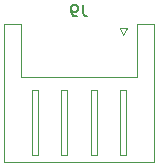
<source format=gbr>
%TF.GenerationSoftware,KiCad,Pcbnew,7.0.9*%
%TF.CreationDate,2024-12-17T14:24:59+09:00*%
%TF.ProjectId,line_main_robot2,6c696e65-5f6d-4616-996e-5f726f626f74,rev?*%
%TF.SameCoordinates,Original*%
%TF.FileFunction,Legend,Bot*%
%TF.FilePolarity,Positive*%
%FSLAX46Y46*%
G04 Gerber Fmt 4.6, Leading zero omitted, Abs format (unit mm)*
G04 Created by KiCad (PCBNEW 7.0.9) date 2024-12-17 14:24:59*
%MOMM*%
%LPD*%
G01*
G04 APERTURE LIST*
%ADD10C,0.150000*%
%ADD11C,0.120000*%
G04 APERTURE END LIST*
D10*
X205083333Y-101779819D02*
X205083333Y-102494104D01*
X205083333Y-102494104D02*
X205130952Y-102636961D01*
X205130952Y-102636961D02*
X205226190Y-102732200D01*
X205226190Y-102732200D02*
X205369047Y-102779819D01*
X205369047Y-102779819D02*
X205464285Y-102779819D01*
X204559523Y-102779819D02*
X204369047Y-102779819D01*
X204369047Y-102779819D02*
X204273809Y-102732200D01*
X204273809Y-102732200D02*
X204226190Y-102684580D01*
X204226190Y-102684580D02*
X204130952Y-102541723D01*
X204130952Y-102541723D02*
X204083333Y-102351247D01*
X204083333Y-102351247D02*
X204083333Y-101970295D01*
X204083333Y-101970295D02*
X204130952Y-101875057D01*
X204130952Y-101875057D02*
X204178571Y-101827438D01*
X204178571Y-101827438D02*
X204273809Y-101779819D01*
X204273809Y-101779819D02*
X204464285Y-101779819D01*
X204464285Y-101779819D02*
X204559523Y-101827438D01*
X204559523Y-101827438D02*
X204607142Y-101875057D01*
X204607142Y-101875057D02*
X204654761Y-101970295D01*
X204654761Y-101970295D02*
X204654761Y-102208390D01*
X204654761Y-102208390D02*
X204607142Y-102303628D01*
X204607142Y-102303628D02*
X204559523Y-102351247D01*
X204559523Y-102351247D02*
X204464285Y-102398866D01*
X204464285Y-102398866D02*
X204273809Y-102398866D01*
X204273809Y-102398866D02*
X204178571Y-102351247D01*
X204178571Y-102351247D02*
X204130952Y-102303628D01*
X204130952Y-102303628D02*
X204083333Y-102208390D01*
D11*
%TO.C,J9*%
X211060000Y-115135000D02*
X211060000Y-103415000D01*
X211060000Y-103415000D02*
X209640000Y-103415000D01*
X209640000Y-107915000D02*
X204750000Y-107915000D01*
X209640000Y-103415000D02*
X209640000Y-107915000D01*
X208800000Y-103725000D02*
X208200000Y-103725000D01*
X208750000Y-114525000D02*
X208250000Y-114525000D01*
X208750000Y-109025000D02*
X208750000Y-114525000D01*
X208500000Y-104325000D02*
X208800000Y-103725000D01*
X208250000Y-114525000D02*
X208250000Y-109025000D01*
X208250000Y-109025000D02*
X208750000Y-109025000D01*
X208200000Y-103725000D02*
X208500000Y-104325000D01*
X206250000Y-114525000D02*
X205750000Y-114525000D01*
X206250000Y-109025000D02*
X206250000Y-114525000D01*
X205750000Y-114525000D02*
X205750000Y-109025000D01*
X205750000Y-109025000D02*
X206250000Y-109025000D01*
X204750000Y-115135000D02*
X211060000Y-115135000D01*
X204750000Y-115135000D02*
X198440000Y-115135000D01*
X203750000Y-114525000D02*
X203250000Y-114525000D01*
X203750000Y-109025000D02*
X203750000Y-114525000D01*
X203250000Y-114525000D02*
X203250000Y-109025000D01*
X203250000Y-109025000D02*
X203750000Y-109025000D01*
X201250000Y-114525000D02*
X200750000Y-114525000D01*
X201250000Y-109025000D02*
X201250000Y-114525000D01*
X200750000Y-114525000D02*
X200750000Y-109025000D01*
X200750000Y-109025000D02*
X201250000Y-109025000D01*
X199860000Y-107915000D02*
X204750000Y-107915000D01*
X199860000Y-103415000D02*
X199860000Y-107915000D01*
X198440000Y-115135000D02*
X198440000Y-103415000D01*
X198440000Y-103415000D02*
X199860000Y-103415000D01*
%TD*%
M02*

</source>
